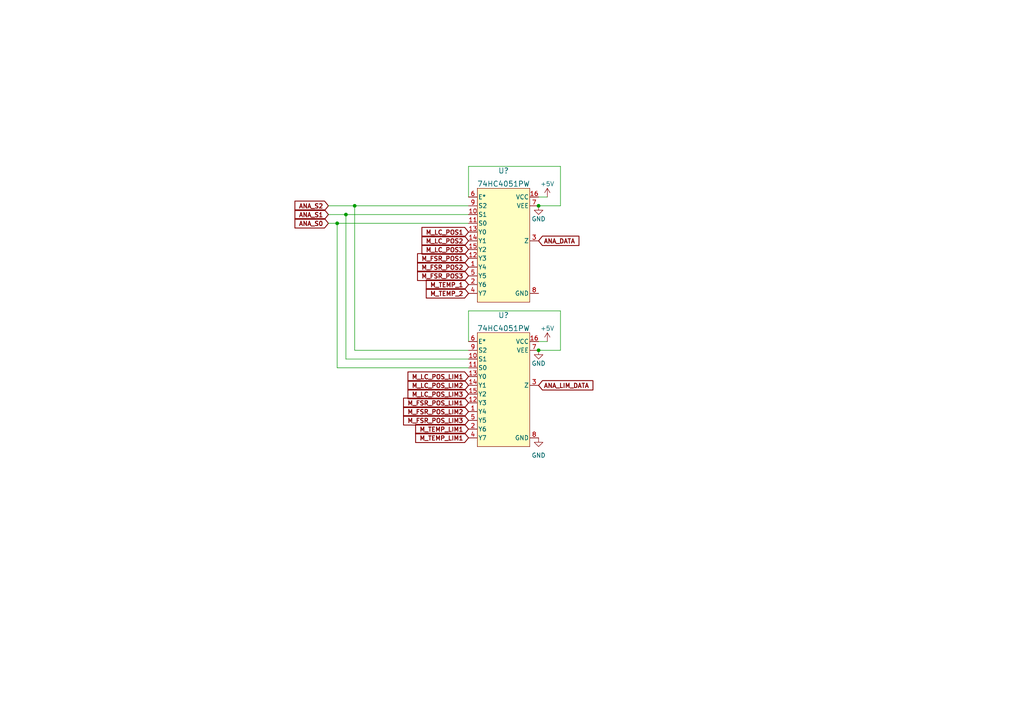
<source format=kicad_sch>
(kicad_sch (version 20211123) (generator eeschema)
  (paper "A4")
  (lib_symbols
    (symbol "SymLib:74HC4051PW" (pin_names (offset 0.254))
      (property "Reference" "U" (at 21.59 10.16 0))
      (property "Value" "74HC4051PW" (at 22.86 6.35 0))
      (symbol "74HC4051PW_0_0"
        (rectangle (start 15.24 5.08) (end 30.48 -27.94) (fill (type background)))
      )
      (symbol "74HC4051PW_0_1"
        (pin bidirectional line (at 12.7 -17.78 0) (length 2.54) (name "Y4") (number "1"))
        (pin input line (at 12.7 -2.54 0) (length 2.54) (name "S1") (number "10"))
        (pin input line (at 12.7 -5.08 0) (length 2.54) (name "S0") (number "11"))
        (pin bidirectional line (at 12.7 -15.24 0) (length 2.54) (name "Y3") (number "12"))
        (pin bidirectional line (at 12.7 -7.62 0) (length 2.54) (name "Y0") (number "13"))
        (pin bidirectional line (at 12.7 -10.16 0) (length 2.54) (name "Y1") (number "14"))
        (pin bidirectional line (at 12.7 -12.7 0) (length 2.54) (name "Y2") (number "15"))
        (pin power_in line (at 33.02 2.54 180) (length 2.54) (name "VCC") (number "16"))
        (pin bidirectional line (at 12.7 -22.86 0) (length 2.54) (name "Y6") (number "2"))
        (pin bidirectional line (at 33.02 -10.16 180) (length 2.54) (name "Z") (number "3"))
        (pin bidirectional line (at 12.7 -25.4 0) (length 2.54) (name "Y7") (number "4"))
        (pin bidirectional line (at 12.7 -20.32 0) (length 2.54) (name "Y5") (number "5"))
        (pin input line (at 12.7 2.54 0) (length 2.54) (name "E*") (number "6"))
        (pin power_in line (at 33.02 0 180) (length 2.54) (name "VEE") (number "7"))
        (pin power_in line (at 33.02 -25.4 180) (length 2.54) (name "GND") (number "8"))
        (pin input line (at 12.7 0 0) (length 2.54) (name "S2") (number "9"))
      )
    )
    (symbol "power:+5V" (power) (pin_names (offset 0))
      (property "Value" "+5V" (at 0 3.556 0))
      (symbol "+5V_0_1"
        (polyline (pts (xy -0.762 1.27) (xy 0 2.54)))
        (polyline (pts (xy 0 0) (xy 0 2.54)))
        (polyline (pts (xy 0 2.54) (xy 0.762 1.27)))
      )
      (symbol "+5V_1_1"
        (pin power_in line (at 0 0 90) (length 0) hide (name "+5V") (number "1"))
      )
    )
    (symbol "power:GND" (power) (pin_names (offset 0))
      (property "Value" "GND" (at 0 -3.81 0))
      (symbol "GND_0_1"
        (polyline (pts (xy 0 0) (xy 0 -1.27) (xy 1.27 -1.27) (xy 0 -2.54) (xy -1.27 -1.27) (xy 0 -1.27)))
      )
      (symbol "GND_1_1"
        (pin power_in line (at 0 0 270) (length 0) hide (name "GND") (number "1"))
      )
    )
  )
  (junction (at 100.33 62.23))
  (junction (at 102.87 59.69))
  (junction (at 156.21 59.69))
  (junction (at 156.21 101.6))
  (junction (at 97.79 64.77))
  (wire (pts (xy 135.89 57.15) (xy 135.89 48.26)))
  (wire (pts (xy 162.56 101.6) (xy 156.21 101.6)))
  (wire (pts (xy 162.56 59.69) (xy 156.21 59.69)))
  (wire (pts (xy 95.25 64.77) (xy 97.79 64.77)))
  (wire (pts (xy 95.25 62.23) (xy 100.33 62.23)))
  (wire (pts (xy 102.87 101.6) (xy 135.89 101.6)))
  (wire (pts (xy 97.79 64.77) (xy 135.89 64.77)))
  (wire (pts (xy 156.21 99.06) (xy 158.75 99.06)))
  (wire (pts (xy 102.87 59.69) (xy 135.89 59.69)))
  (wire (pts (xy 135.89 90.17) (xy 162.56 90.17)))
  (wire (pts (xy 102.87 59.69) (xy 102.87 101.6)))
  (wire (pts (xy 100.33 62.23) (xy 135.89 62.23)))
  (wire (pts (xy 162.56 48.26) (xy 162.56 59.69)))
  (wire (pts (xy 97.79 106.68) (xy 135.89 106.68)))
  (wire (pts (xy 135.89 48.26) (xy 162.56 48.26)))
  (wire (pts (xy 162.56 90.17) (xy 162.56 101.6)))
  (wire (pts (xy 95.25 59.69) (xy 102.87 59.69)))
  (wire (pts (xy 100.33 104.14) (xy 135.89 104.14)))
  (wire (pts (xy 97.79 64.77) (xy 97.79 106.68)))
  (wire (pts (xy 156.21 57.15) (xy 158.75 57.15)))
  (wire (pts (xy 100.33 62.23) (xy 100.33 104.14)))
  (wire (pts (xy 135.89 99.06) (xy 135.89 90.17)))
  (global_label "ANA_LIM_DATA" (shape input) (at 156.21 111.76 0) (effects (font bold)) (property "Intersheet References" "${INTERSHEET_REFS}" (effects hide)))
  (global_label "M_TEMP_2" (shape input) (at 135.89 85.09 180) (effects (font bold)) (property "Intersheet References" "${INTERSHEET_REFS}" (effects hide)))
  (global_label "M_FSR_POS3" (shape input) (at 135.89 80.01 180) (effects (font (thickness 0.254) bold)) (property "Intersheet References" "${INTERSHEET_REFS}" (effects hide)))
  (global_label "M_FSR_POS_LIM1" (shape input) (at 135.89 116.84 180) (effects (font (thickness 0.254) bold)) (property "Intersheet References" "${INTERSHEET_REFS}" (effects hide)))
  (global_label "M_TEMP_LIM1" (shape input) (at 135.89 124.46 180) (effects (font bold)) (property "Intersheet References" "${INTERSHEET_REFS}" (effects hide)))
  (global_label "M_LC_POS3" (shape input) (at 135.89 72.39 180) (effects (font (thickness 0.254) bold)) (property "Intersheet References" "${INTERSHEET_REFS}" (effects hide)))
  (global_label "M_FSR_POS_LIM3" (shape input) (at 135.89 121.92 180) (effects (font (thickness 0.254) bold)) (property "Intersheet References" "${INTERSHEET_REFS}" (effects hide)))
  (global_label "M_LC_POS_LIM1" (shape input) (at 135.89 109.22 180) (effects (font (thickness 0.254) bold)) (property "Intersheet References" "${INTERSHEET_REFS}" (effects hide)))
  (global_label "ANA_DATA" (shape input) (at 156.21 69.85 0) (effects (font bold)) (property "Intersheet References" "${INTERSHEET_REFS}" (effects hide)))
  (global_label "M_LC_POS_LIM3" (shape input) (at 135.89 114.3 180) (effects (font (thickness 0.254) bold)) (property "Intersheet References" "${INTERSHEET_REFS}" (effects hide)))
  (global_label "M_FSR_POS1" (shape input) (at 135.89 74.93 180) (effects (font (thickness 0.254) bold)) (property "Intersheet References" "${INTERSHEET_REFS}" (effects hide)))
  (global_label "M_TEMP_1" (shape input) (at 135.89 82.55 180) (effects (font bold)) (property "Intersheet References" "${INTERSHEET_REFS}" (effects hide)))
  (global_label "M_FSR_POS_LIM2" (shape input) (at 135.89 119.38 180) (effects (font (thickness 0.254) bold)) (property "Intersheet References" "${INTERSHEET_REFS}" (effects hide)))
  (global_label "ANA_S0" (shape input) (at 95.25 64.77 180) (effects (font (thickness 0.254) bold)) (property "Intersheet References" "${INTERSHEET_REFS}" (effects hide)))
  (global_label "M_TEMP_LIM1" (shape input) (at 135.89 127 180) (effects (font bold)) (property "Intersheet References" "${INTERSHEET_REFS}" (effects hide)))
  (global_label "ANA_S1" (shape input) (at 95.25 62.23 180) (effects (font (thickness 0.254) bold)) (property "Intersheet References" "${INTERSHEET_REFS}" (effects hide)))
  (global_label "M_LC_POS2" (shape input) (at 135.89 69.85 180) (effects (font (thickness 0.254) bold)) (property "Intersheet References" "${INTERSHEET_REFS}" (effects hide)))
  (global_label "M_FSR_POS2" (shape input) (at 135.89 77.47 180) (effects (font (thickness 0.254) bold)) (property "Intersheet References" "${INTERSHEET_REFS}" (effects hide)))
  (global_label "M_LC_POS1" (shape input) (at 135.89 67.31 180) (effects (font (thickness 0.254) bold)) (property "Intersheet References" "${INTERSHEET_REFS}" (effects hide)))
  (global_label "M_LC_POS_LIM2" (shape input) (at 135.89 111.76 180) (effects (font (thickness 0.254) bold)) (property "Intersheet References" "${INTERSHEET_REFS}" (effects hide)))
  (global_label "ANA_S2" (shape input) (at 95.25 59.69 180) (effects (font (thickness 0.254) bold)) (property "Intersheet References" "${INTERSHEET_REFS}" (effects hide)))
  (symbol (lib_id "power:+5V") (at 158.75 99.06 0) (unit 1)
    (property "Reference" "#PWR?" (effects hide))
    (property "Value" "+5V" (at 158.75 95.25 0))
  )
  (symbol (lib_id "power:+5V") (at 158.75 57.15 0) (unit 1)
    (property "Reference" "#PWR?" (effects hide))
    (property "Value" "+5V" (at 158.75 53.34 0))
  )
  (symbol (lib_id "power:GND") (at 156.21 101.6 0) (unit 1)
    (property "Reference" "#PWR?" (effects hide))
    (property "Value" "GND" (at 156.21 105.41 0))
  )
  (symbol (lib_id "SymLib:74HC4051PW") (at 123.19 101.6 0) (unit 1)
    (property "Reference" "U?" (at 146.05 91.44 0) (effects (font (size 1.524 1.524))))
    (property "Value" "74HC4051PW" (at 146.05 95.25 0) (effects (font (size 1.524 1.524))))
    (property "Footprint" "FootPrint:SOT403-1_NXP" (effects hide))
    (property "Datasheet" "74HC4051PW" (effects hide))
  )
  (symbol (lib_id "SymLib:74HC4051PW") (at 123.19 59.69 0) (unit 1)
    (property "Reference" "U?" (at 146.05 49.53 0) (effects (font (size 1.524 1.524))))
    (property "Value" "74HC4051PW" (at 146.05 53.34 0) (effects (font (size 1.524 1.524))))
    (property "Footprint" "FootPrint:SOT403-1_NXP" (effects hide))
    (property "Datasheet" "74HC4051PW" (effects hide))
  )
  (symbol (lib_id "power:GND") (at 156.21 127 0) (unit 1)
    (property "Reference" "#PWR?" (effects hide))
    (property "Value" "GND" (at 156.21 132.08 0))
  )
  (symbol (lib_id "power:GND") (at 156.21 59.69 0) (unit 1)
    (property "Reference" "#PWR?" (effects hide))
    (property "Value" "GND" (at 156.21 63.5 0))
  )
)
</source>
